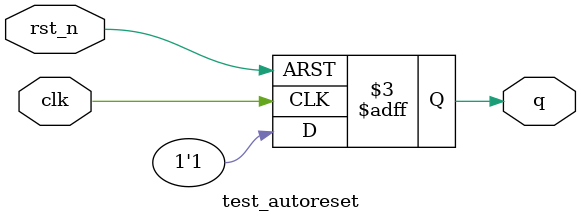
<source format=v>
module test_autoreset (
    input wire clk,
    input wire rst_n,
    output reg q
);
always @(posedge clk or negedge rst_n) begin
  if (!rst_n) begin
      q <= '0;
  end else begin
    q <= 1'b1;
  end
end
endmodule

</source>
